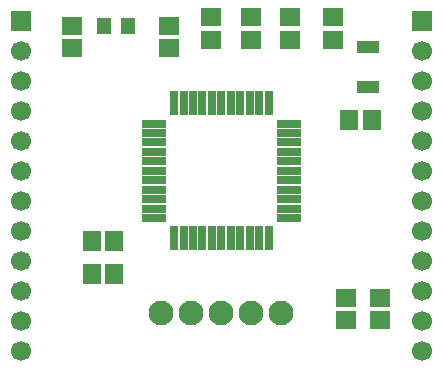
<source format=gbr>
G04 DipTrace 3.1.0.1*
G04 TopMask.gbr*
%MOIN*%
G04 #@! TF.FileFunction,Soldermask,Top*
G04 #@! TF.Part,Single*
%ADD38R,0.027559X0.07874*%
%ADD40R,0.07874X0.027559*%
%ADD42R,0.074803X0.03937*%
%ADD44C,0.082677*%
%ADD46R,0.047244X0.055118*%
%ADD48C,0.066929*%
%ADD50R,0.066929X0.066929*%
%ADD52R,0.059055X0.066929*%
%ADD54R,0.066929X0.059055*%
%FSLAX26Y26*%
G04*
G70*
G90*
G75*
G01*
G04 TopMask*
%LPD*%
D54*
X1087008Y1492126D3*
Y1566929D3*
X1223229Y1492126D3*
Y1566929D3*
X1352362Y1492126D3*
Y1566929D3*
X1493701Y1492126D3*
Y1566929D3*
D52*
X1549607Y1224016D3*
X1624410D3*
D54*
X625591Y1539764D3*
Y1464961D3*
X949607Y1539370D3*
Y1464567D3*
D50*
X453544Y1554331D3*
D48*
Y1454331D3*
Y1354331D3*
Y1254331D3*
Y1154331D3*
Y1054331D3*
Y954331D3*
Y854331D3*
Y754331D3*
Y654331D3*
Y554331D3*
Y454331D3*
D50*
X1792126Y1554331D3*
D48*
Y1454331D3*
Y1354331D3*
Y1254331D3*
Y1154331D3*
Y1054331D3*
Y954331D3*
Y854331D3*
Y754331D3*
Y654331D3*
Y554331D3*
Y454331D3*
D46*
X731496Y1539764D3*
X810236D3*
D44*
X1321260Y580315D3*
X1221260D3*
X1121260D3*
X1021260D3*
X921260D3*
D54*
X1536614Y557874D3*
Y632677D3*
X1653150Y557874D3*
Y632677D3*
D52*
X764961Y822835D3*
X690158D3*
Y710236D3*
X764961D3*
D42*
X1612205Y1468504D3*
Y1334646D3*
D40*
X898425Y1212992D3*
Y1181496D3*
Y1150000D3*
Y1118504D3*
Y1087008D3*
Y1055512D3*
Y1024016D3*
Y992520D3*
Y961024D3*
Y929528D3*
Y898032D3*
D38*
X965355Y831103D3*
X996851D3*
X1028347D3*
X1059843D3*
X1091339D3*
X1122835D3*
X1154331D3*
X1185827D3*
X1217323D3*
X1248819D3*
X1280315D3*
D40*
X1347244Y898032D3*
Y929528D3*
Y961024D3*
Y992520D3*
Y1024016D3*
Y1055512D3*
Y1087008D3*
Y1118504D3*
Y1150000D3*
Y1181496D3*
Y1212992D3*
D38*
X1280315Y1279921D3*
X1248819D3*
X1217323D3*
X1185827D3*
X1154331D3*
X1122835D3*
X1091339D3*
X1059843D3*
X1028347D3*
X996851D3*
X965355D3*
M02*

</source>
